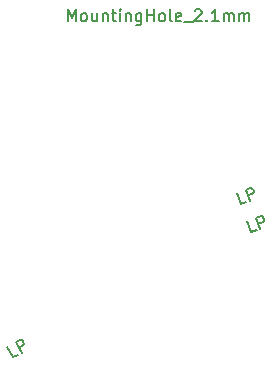
<source format=gbr>
%TF.GenerationSoftware,KiCad,Pcbnew,5.1.10*%
%TF.CreationDate,2021-10-27T07:56:43+02:00*%
%TF.ProjectId,xmas-badge,786d6173-2d62-4616-9467-652e6b696361,rev?*%
%TF.SameCoordinates,Original*%
%TF.FileFunction,Other,Fab,Top*%
%FSLAX46Y46*%
G04 Gerber Fmt 4.6, Leading zero omitted, Abs format (unit mm)*
G04 Created by KiCad (PCBNEW 5.1.10) date 2021-10-27 07:56:43*
%MOMM*%
%LPD*%
G01*
G04 APERTURE LIST*
%ADD10C,0.150000*%
G04 APERTURE END LIST*
%TO.C, *%
D10*
X40366323Y-28645980D02*
X40366323Y-27645980D01*
X40699657Y-28360266D01*
X41032990Y-27645980D01*
X41032990Y-28645980D01*
X41652038Y-28645980D02*
X41556799Y-28598361D01*
X41509180Y-28550742D01*
X41461561Y-28455504D01*
X41461561Y-28169790D01*
X41509180Y-28074552D01*
X41556799Y-28026933D01*
X41652038Y-27979314D01*
X41794895Y-27979314D01*
X41890133Y-28026933D01*
X41937752Y-28074552D01*
X41985371Y-28169790D01*
X41985371Y-28455504D01*
X41937752Y-28550742D01*
X41890133Y-28598361D01*
X41794895Y-28645980D01*
X41652038Y-28645980D01*
X42842514Y-27979314D02*
X42842514Y-28645980D01*
X42413942Y-27979314D02*
X42413942Y-28503123D01*
X42461561Y-28598361D01*
X42556799Y-28645980D01*
X42699657Y-28645980D01*
X42794895Y-28598361D01*
X42842514Y-28550742D01*
X43318704Y-27979314D02*
X43318704Y-28645980D01*
X43318704Y-28074552D02*
X43366323Y-28026933D01*
X43461561Y-27979314D01*
X43604419Y-27979314D01*
X43699657Y-28026933D01*
X43747276Y-28122171D01*
X43747276Y-28645980D01*
X44080609Y-27979314D02*
X44461561Y-27979314D01*
X44223466Y-27645980D02*
X44223466Y-28503123D01*
X44271085Y-28598361D01*
X44366323Y-28645980D01*
X44461561Y-28645980D01*
X44794895Y-28645980D02*
X44794895Y-27979314D01*
X44794895Y-27645980D02*
X44747276Y-27693600D01*
X44794895Y-27741219D01*
X44842514Y-27693600D01*
X44794895Y-27645980D01*
X44794895Y-27741219D01*
X45271085Y-27979314D02*
X45271085Y-28645980D01*
X45271085Y-28074552D02*
X45318704Y-28026933D01*
X45413942Y-27979314D01*
X45556799Y-27979314D01*
X45652038Y-28026933D01*
X45699657Y-28122171D01*
X45699657Y-28645980D01*
X46604419Y-27979314D02*
X46604419Y-28788838D01*
X46556799Y-28884076D01*
X46509180Y-28931695D01*
X46413942Y-28979314D01*
X46271085Y-28979314D01*
X46175847Y-28931695D01*
X46604419Y-28598361D02*
X46509180Y-28645980D01*
X46318704Y-28645980D01*
X46223466Y-28598361D01*
X46175847Y-28550742D01*
X46128228Y-28455504D01*
X46128228Y-28169790D01*
X46175847Y-28074552D01*
X46223466Y-28026933D01*
X46318704Y-27979314D01*
X46509180Y-27979314D01*
X46604419Y-28026933D01*
X47080609Y-28645980D02*
X47080609Y-27645980D01*
X47080609Y-28122171D02*
X47652038Y-28122171D01*
X47652038Y-28645980D02*
X47652038Y-27645980D01*
X48271085Y-28645980D02*
X48175847Y-28598361D01*
X48128228Y-28550742D01*
X48080609Y-28455504D01*
X48080609Y-28169790D01*
X48128228Y-28074552D01*
X48175847Y-28026933D01*
X48271085Y-27979314D01*
X48413942Y-27979314D01*
X48509180Y-28026933D01*
X48556799Y-28074552D01*
X48604419Y-28169790D01*
X48604419Y-28455504D01*
X48556799Y-28550742D01*
X48509180Y-28598361D01*
X48413942Y-28645980D01*
X48271085Y-28645980D01*
X49175847Y-28645980D02*
X49080609Y-28598361D01*
X49032990Y-28503123D01*
X49032990Y-27645980D01*
X49937752Y-28598361D02*
X49842514Y-28645980D01*
X49652038Y-28645980D01*
X49556799Y-28598361D01*
X49509180Y-28503123D01*
X49509180Y-28122171D01*
X49556799Y-28026933D01*
X49652038Y-27979314D01*
X49842514Y-27979314D01*
X49937752Y-28026933D01*
X49985371Y-28122171D01*
X49985371Y-28217409D01*
X49509180Y-28312647D01*
X50175847Y-28741219D02*
X50937752Y-28741219D01*
X51128228Y-27741219D02*
X51175847Y-27693600D01*
X51271085Y-27645980D01*
X51509180Y-27645980D01*
X51604419Y-27693600D01*
X51652038Y-27741219D01*
X51699657Y-27836457D01*
X51699657Y-27931695D01*
X51652038Y-28074552D01*
X51080609Y-28645980D01*
X51699657Y-28645980D01*
X52128228Y-28550742D02*
X52175847Y-28598361D01*
X52128228Y-28645980D01*
X52080609Y-28598361D01*
X52128228Y-28550742D01*
X52128228Y-28645980D01*
X53128228Y-28645980D02*
X52556799Y-28645980D01*
X52842514Y-28645980D02*
X52842514Y-27645980D01*
X52747276Y-27788838D01*
X52652038Y-27884076D01*
X52556799Y-27931695D01*
X53556799Y-28645980D02*
X53556799Y-27979314D01*
X53556799Y-28074552D02*
X53604419Y-28026933D01*
X53699657Y-27979314D01*
X53842514Y-27979314D01*
X53937752Y-28026933D01*
X53985371Y-28122171D01*
X53985371Y-28645980D01*
X53985371Y-28122171D02*
X54032990Y-28026933D01*
X54128228Y-27979314D01*
X54271085Y-27979314D01*
X54366323Y-28026933D01*
X54413942Y-28122171D01*
X54413942Y-28645980D01*
X54890133Y-28645980D02*
X54890133Y-27979314D01*
X54890133Y-28074552D02*
X54937752Y-28026933D01*
X55032990Y-27979314D01*
X55175847Y-27979314D01*
X55271085Y-28026933D01*
X55318704Y-28122171D01*
X55318704Y-28645980D01*
X55318704Y-28122171D02*
X55366323Y-28026933D01*
X55461561Y-27979314D01*
X55604419Y-27979314D01*
X55699657Y-28026933D01*
X55747276Y-28122171D01*
X55747276Y-28645980D01*
X36163385Y-56869883D02*
X35750992Y-57107978D01*
X35250992Y-56241953D01*
X36452060Y-56703216D02*
X35952060Y-55837191D01*
X36281974Y-55646715D01*
X36388262Y-55640335D01*
X36453311Y-55657765D01*
X36542170Y-55716434D01*
X36613598Y-55840152D01*
X36619978Y-55946440D01*
X36602548Y-56011489D01*
X36543879Y-56100347D01*
X36213965Y-56290823D01*
X55497692Y-43962559D02*
X55050219Y-44125426D01*
X54708199Y-43185733D01*
X55810923Y-43848553D02*
X55468903Y-42908860D01*
X55826881Y-42778567D01*
X55932662Y-42790740D01*
X55993696Y-42819201D01*
X56071016Y-42892409D01*
X56119876Y-43026651D01*
X56107703Y-43132432D01*
X56079242Y-43193466D01*
X56006034Y-43270786D01*
X55648056Y-43401080D01*
X56361292Y-46350159D02*
X55913819Y-46513026D01*
X55571799Y-45573333D01*
X56674523Y-46236153D02*
X56332503Y-45296460D01*
X56690481Y-45166167D01*
X56796262Y-45178340D01*
X56857296Y-45206801D01*
X56934616Y-45280009D01*
X56983476Y-45414251D01*
X56971303Y-45520032D01*
X56942842Y-45581066D01*
X56869634Y-45658386D01*
X56511656Y-45788680D01*
%TD*%
M02*

</source>
